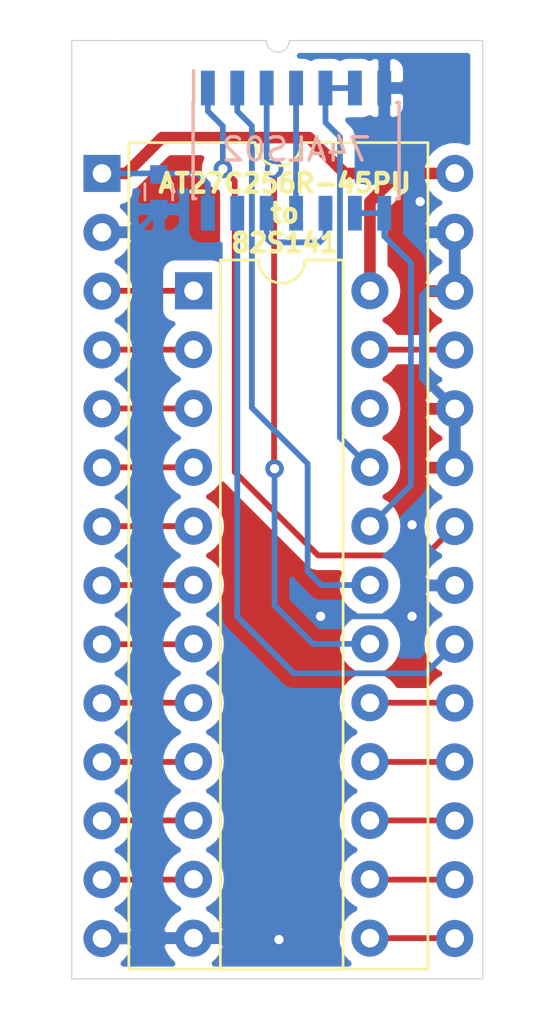
<source format=kicad_pcb>
(kicad_pcb (version 20171130) (host pcbnew "(5.1.4)-1")

  (general
    (thickness 1.6)
    (drawings 11)
    (tracks 113)
    (zones 0)
    (modules 4)
    (nets 29)
  )

  (page A4)
  (layers
    (0 F.Cu signal)
    (31 B.Cu signal)
    (32 B.Adhes user)
    (33 F.Adhes user)
    (34 B.Paste user)
    (35 F.Paste user)
    (36 B.SilkS user)
    (37 F.SilkS user)
    (38 B.Mask user)
    (39 F.Mask user)
    (40 Dwgs.User user)
    (41 Cmts.User user)
    (42 Eco1.User user)
    (43 Eco2.User user)
    (44 Edge.Cuts user)
    (45 Margin user)
    (46 B.CrtYd user)
    (47 F.CrtYd user)
    (48 B.Fab user)
    (49 F.Fab user)
  )

  (setup
    (last_trace_width 0.25)
    (trace_clearance 0.2)
    (zone_clearance 0.508)
    (zone_45_only no)
    (trace_min 0.2)
    (via_size 0.8)
    (via_drill 0.4)
    (via_min_size 0.4)
    (via_min_drill 0.3)
    (uvia_size 0.3)
    (uvia_drill 0.1)
    (uvias_allowed no)
    (uvia_min_size 0.2)
    (uvia_min_drill 0.1)
    (edge_width 0.05)
    (segment_width 0.2)
    (pcb_text_width 0.3)
    (pcb_text_size 1.5 1.5)
    (mod_edge_width 0.12)
    (mod_text_size 1 1)
    (mod_text_width 0.15)
    (pad_size 1.524 1.524)
    (pad_drill 0.762)
    (pad_to_mask_clearance 0.051)
    (solder_mask_min_width 0.25)
    (aux_axis_origin 0 0)
    (visible_elements FFFFFF7F)
    (pcbplotparams
      (layerselection 0x010fc_ffffffff)
      (usegerberextensions false)
      (usegerberattributes false)
      (usegerberadvancedattributes false)
      (creategerberjobfile false)
      (excludeedgelayer true)
      (linewidth 0.100000)
      (plotframeref false)
      (viasonmask false)
      (mode 1)
      (useauxorigin false)
      (hpglpennumber 1)
      (hpglpenspeed 20)
      (hpglpendiameter 15.000000)
      (psnegative false)
      (psa4output false)
      (plotreference true)
      (plotvalue true)
      (plotinvisibletext false)
      (padsonsilk false)
      (subtractmaskfromsilk false)
      (outputformat 1)
      (mirror false)
      (drillshape 0)
      (scaleselection 1)
      (outputdirectory "Gerbers/"))
  )

  (net 0 "")
  (net 1 +5V)
  (net 2 GND)
  (net 3 A8)
  (net 4 D2)
  (net 5 "Net-(J1-Pad22)")
  (net 6 D1)
  (net 7 CE1)
  (net 8 D0)
  (net 9 CE2)
  (net 10 A0)
  (net 11 CE3)
  (net 12 A1)
  (net 13 CE4)
  (net 14 A2)
  (net 15 D7)
  (net 16 A3)
  (net 17 D6)
  (net 18 A4)
  (net 19 D5)
  (net 20 A5)
  (net 21 D4)
  (net 22 A6)
  (net 23 D3)
  (net 24 A7)
  (net 25 EPROM_OE)
  (net 26 EPROM_CE)
  (net 27 "Net-(U2-Pad10)")
  (net 28 "Net-(U2-Pad11)")

  (net_class Default "This is the default net class."
    (clearance 0.2)
    (trace_width 0.25)
    (via_dia 0.8)
    (via_drill 0.4)
    (uvia_dia 0.3)
    (uvia_drill 0.1)
    (add_net +5V)
    (add_net A0)
    (add_net A1)
    (add_net A2)
    (add_net A3)
    (add_net A4)
    (add_net A5)
    (add_net A6)
    (add_net A7)
    (add_net A8)
    (add_net CE1)
    (add_net CE2)
    (add_net CE3)
    (add_net CE4)
    (add_net D0)
    (add_net D1)
    (add_net D2)
    (add_net D3)
    (add_net D4)
    (add_net D5)
    (add_net D6)
    (add_net D7)
    (add_net EPROM_CE)
    (add_net EPROM_OE)
    (add_net GND)
    (add_net "Net-(J1-Pad22)")
    (add_net "Net-(U2-Pad10)")
    (add_net "Net-(U2-Pad11)")
  )

  (module Capacitors_SMD:C_0603 (layer B.Cu) (tedit 59958EE7) (tstamp 6056C61F)
    (at 113.26 51.53 270)
    (descr "Capacitor SMD 0603, reflow soldering, AVX (see smccp.pdf)")
    (tags "capacitor 0603")
    (path /60585CE5)
    (attr smd)
    (fp_text reference C1 (at 0 1.5 270) (layer B.Fab)
      (effects (font (size 1 1) (thickness 0.15)) (justify mirror))
    )
    (fp_text value .1uF (at 0 -1.5 270) (layer B.Fab)
      (effects (font (size 1 1) (thickness 0.15)) (justify mirror))
    )
    (fp_text user %R (at 0 0 270) (layer B.Fab)
      (effects (font (size 0.3 0.3) (thickness 0.075)) (justify mirror))
    )
    (fp_line (start -0.8 -0.4) (end -0.8 0.4) (layer B.Fab) (width 0.1))
    (fp_line (start 0.8 -0.4) (end -0.8 -0.4) (layer B.Fab) (width 0.1))
    (fp_line (start 0.8 0.4) (end 0.8 -0.4) (layer B.Fab) (width 0.1))
    (fp_line (start -0.8 0.4) (end 0.8 0.4) (layer B.Fab) (width 0.1))
    (fp_line (start -0.35 0.6) (end 0.35 0.6) (layer B.SilkS) (width 0.12))
    (fp_line (start 0.35 -0.6) (end -0.35 -0.6) (layer B.SilkS) (width 0.12))
    (fp_line (start -1.4 0.65) (end 1.4 0.65) (layer B.CrtYd) (width 0.05))
    (fp_line (start -1.4 0.65) (end -1.4 -0.65) (layer B.CrtYd) (width 0.05))
    (fp_line (start 1.4 -0.65) (end 1.4 0.65) (layer B.CrtYd) (width 0.05))
    (fp_line (start 1.4 -0.65) (end -1.4 -0.65) (layer B.CrtYd) (width 0.05))
    (pad 1 smd rect (at -0.75 0 270) (size 0.8 0.75) (layers B.Cu B.Paste B.Mask)
      (net 1 +5V))
    (pad 2 smd rect (at 0.75 0 270) (size 0.8 0.75) (layers B.Cu B.Paste B.Mask)
      (net 2 GND))
    (model Capacitors_SMD.3dshapes/C_0603.wrl
      (at (xyz 0 0 0))
      (scale (xyz 1 1 1))
      (rotate (xyz 0 0 0))
    )
  )

  (module Housings_DIP:DIP-24_W7.62mm (layer F.Cu) (tedit 59C78D6B) (tstamp 6056C64B)
    (at 114.76 55.8)
    (descr "24-lead though-hole mounted DIP package, row spacing 7.62 mm (300 mils)")
    (tags "THT DIP DIL PDIP 2.54mm 7.62mm 300mil")
    (path /6058ADC1)
    (fp_text reference J1 (at 3.81 -2.33) (layer F.Fab)
      (effects (font (size 1 1) (thickness 0.15)))
    )
    (fp_text value Conn_02x12_Counter_Clockwise (at 3.81 30.27) (layer F.Fab)
      (effects (font (size 1 1) (thickness 0.15)))
    )
    (fp_text user %R (at 3.81 13.97) (layer F.Fab)
      (effects (font (size 1 1) (thickness 0.15)))
    )
    (fp_line (start 8.7 -1.55) (end -1.1 -1.55) (layer F.CrtYd) (width 0.05))
    (fp_line (start 8.7 29.5) (end 8.7 -1.55) (layer F.CrtYd) (width 0.05))
    (fp_line (start -1.1 29.5) (end 8.7 29.5) (layer F.CrtYd) (width 0.05))
    (fp_line (start -1.1 -1.55) (end -1.1 29.5) (layer F.CrtYd) (width 0.05))
    (fp_line (start 6.46 -1.33) (end 4.81 -1.33) (layer F.SilkS) (width 0.12))
    (fp_line (start 6.46 29.27) (end 6.46 -1.33) (layer F.SilkS) (width 0.12))
    (fp_line (start 1.16 29.27) (end 6.46 29.27) (layer F.SilkS) (width 0.12))
    (fp_line (start 1.16 -1.33) (end 1.16 29.27) (layer F.SilkS) (width 0.12))
    (fp_line (start 2.81 -1.33) (end 1.16 -1.33) (layer F.SilkS) (width 0.12))
    (fp_line (start 0.635 -0.27) (end 1.635 -1.27) (layer F.Fab) (width 0.1))
    (fp_line (start 0.635 29.21) (end 0.635 -0.27) (layer F.Fab) (width 0.1))
    (fp_line (start 6.985 29.21) (end 0.635 29.21) (layer F.Fab) (width 0.1))
    (fp_line (start 6.985 -1.27) (end 6.985 29.21) (layer F.Fab) (width 0.1))
    (fp_line (start 1.635 -1.27) (end 6.985 -1.27) (layer F.Fab) (width 0.1))
    (fp_arc (start 3.81 -1.33) (end 2.81 -1.33) (angle -180) (layer F.SilkS) (width 0.12))
    (pad 24 thru_hole oval (at 7.62 0) (size 1.6 1.6) (drill 0.8) (layers *.Cu *.Mask)
      (net 1 +5V))
    (pad 12 thru_hole oval (at 0 27.94) (size 1.6 1.6) (drill 0.8) (layers *.Cu *.Mask)
      (net 2 GND))
    (pad 23 thru_hole oval (at 7.62 2.54) (size 1.6 1.6) (drill 0.8) (layers *.Cu *.Mask)
      (net 3 A8))
    (pad 11 thru_hole oval (at 0 25.4) (size 1.6 1.6) (drill 0.8) (layers *.Cu *.Mask)
      (net 4 D2))
    (pad 22 thru_hole oval (at 7.62 5.08) (size 1.6 1.6) (drill 0.8) (layers *.Cu *.Mask)
      (net 5 "Net-(J1-Pad22)"))
    (pad 10 thru_hole oval (at 0 22.86) (size 1.6 1.6) (drill 0.8) (layers *.Cu *.Mask)
      (net 6 D1))
    (pad 21 thru_hole oval (at 7.62 7.62) (size 1.6 1.6) (drill 0.8) (layers *.Cu *.Mask)
      (net 7 CE1))
    (pad 9 thru_hole oval (at 0 20.32) (size 1.6 1.6) (drill 0.8) (layers *.Cu *.Mask)
      (net 8 D0))
    (pad 20 thru_hole oval (at 7.62 10.16) (size 1.6 1.6) (drill 0.8) (layers *.Cu *.Mask)
      (net 9 CE2))
    (pad 8 thru_hole oval (at 0 17.78) (size 1.6 1.6) (drill 0.8) (layers *.Cu *.Mask)
      (net 10 A0))
    (pad 19 thru_hole oval (at 7.62 12.7) (size 1.6 1.6) (drill 0.8) (layers *.Cu *.Mask)
      (net 11 CE3))
    (pad 7 thru_hole oval (at 0 15.24) (size 1.6 1.6) (drill 0.8) (layers *.Cu *.Mask)
      (net 12 A1))
    (pad 18 thru_hole oval (at 7.62 15.24) (size 1.6 1.6) (drill 0.8) (layers *.Cu *.Mask)
      (net 13 CE4))
    (pad 6 thru_hole oval (at 0 12.7) (size 1.6 1.6) (drill 0.8) (layers *.Cu *.Mask)
      (net 14 A2))
    (pad 17 thru_hole oval (at 7.62 17.78) (size 1.6 1.6) (drill 0.8) (layers *.Cu *.Mask)
      (net 15 D7))
    (pad 5 thru_hole oval (at 0 10.16) (size 1.6 1.6) (drill 0.8) (layers *.Cu *.Mask)
      (net 16 A3))
    (pad 16 thru_hole oval (at 7.62 20.32) (size 1.6 1.6) (drill 0.8) (layers *.Cu *.Mask)
      (net 17 D6))
    (pad 4 thru_hole oval (at 0 7.62) (size 1.6 1.6) (drill 0.8) (layers *.Cu *.Mask)
      (net 18 A4))
    (pad 15 thru_hole oval (at 7.62 22.86) (size 1.6 1.6) (drill 0.8) (layers *.Cu *.Mask)
      (net 19 D5))
    (pad 3 thru_hole oval (at 0 5.08) (size 1.6 1.6) (drill 0.8) (layers *.Cu *.Mask)
      (net 20 A5))
    (pad 14 thru_hole oval (at 7.62 25.4) (size 1.6 1.6) (drill 0.8) (layers *.Cu *.Mask)
      (net 21 D4))
    (pad 2 thru_hole oval (at 0 2.54) (size 1.6 1.6) (drill 0.8) (layers *.Cu *.Mask)
      (net 22 A6))
    (pad 13 thru_hole oval (at 7.62 27.94) (size 1.6 1.6) (drill 0.8) (layers *.Cu *.Mask)
      (net 23 D3))
    (pad 1 thru_hole rect (at 0 0) (size 1.6 1.6) (drill 0.8) (layers *.Cu *.Mask)
      (net 24 A7))
    (model ${KISYS3DMOD}/Housings_DIP.3dshapes/DIP-24_W7.62mm.wrl
      (at (xyz 0 0 0))
      (scale (xyz 1 1 1))
      (rotate (xyz 0 0 0))
    )
  )

  (module Housings_DIP:DIP-28_W15.24mm (layer F.Cu) (tedit 59C78D6C) (tstamp 6056C67B)
    (at 110.805001 50.735001)
    (descr "28-lead though-hole mounted DIP package, row spacing 15.24 mm (600 mils)")
    (tags "THT DIP DIL PDIP 2.54mm 15.24mm 600mil")
    (path /6058A21A)
    (fp_text reference U1 (at 7.62 -2.33) (layer F.Fab)
      (effects (font (size 1 1) (thickness 0.15)))
    )
    (fp_text value 27C256 (at 7.62 35.35) (layer F.Fab)
      (effects (font (size 1 1) (thickness 0.15)))
    )
    (fp_text user %R (at 7.62 16.51) (layer F.Fab)
      (effects (font (size 1 1) (thickness 0.15)))
    )
    (fp_line (start 16.3 -1.55) (end -1.05 -1.55) (layer F.CrtYd) (width 0.05))
    (fp_line (start 16.3 34.55) (end 16.3 -1.55) (layer F.CrtYd) (width 0.05))
    (fp_line (start -1.05 34.55) (end 16.3 34.55) (layer F.CrtYd) (width 0.05))
    (fp_line (start -1.05 -1.55) (end -1.05 34.55) (layer F.CrtYd) (width 0.05))
    (fp_line (start 14.08 -1.33) (end 8.62 -1.33) (layer F.SilkS) (width 0.12))
    (fp_line (start 14.08 34.35) (end 14.08 -1.33) (layer F.SilkS) (width 0.12))
    (fp_line (start 1.16 34.35) (end 14.08 34.35) (layer F.SilkS) (width 0.12))
    (fp_line (start 1.16 -1.33) (end 1.16 34.35) (layer F.SilkS) (width 0.12))
    (fp_line (start 6.62 -1.33) (end 1.16 -1.33) (layer F.SilkS) (width 0.12))
    (fp_line (start 0.255 -0.27) (end 1.255 -1.27) (layer F.Fab) (width 0.1))
    (fp_line (start 0.255 34.29) (end 0.255 -0.27) (layer F.Fab) (width 0.1))
    (fp_line (start 14.985 34.29) (end 0.255 34.29) (layer F.Fab) (width 0.1))
    (fp_line (start 14.985 -1.27) (end 14.985 34.29) (layer F.Fab) (width 0.1))
    (fp_line (start 1.255 -1.27) (end 14.985 -1.27) (layer F.Fab) (width 0.1))
    (fp_arc (start 7.62 -1.33) (end 6.62 -1.33) (angle -180) (layer F.SilkS) (width 0.12))
    (pad 28 thru_hole oval (at 15.24 0) (size 1.6 1.6) (drill 0.8) (layers *.Cu *.Mask)
      (net 1 +5V))
    (pad 14 thru_hole oval (at 0 33.02) (size 1.6 1.6) (drill 0.8) (layers *.Cu *.Mask)
      (net 2 GND))
    (pad 27 thru_hole oval (at 15.24 2.54) (size 1.6 1.6) (drill 0.8) (layers *.Cu *.Mask)
      (net 2 GND))
    (pad 13 thru_hole oval (at 0 30.48) (size 1.6 1.6) (drill 0.8) (layers *.Cu *.Mask)
      (net 4 D2))
    (pad 26 thru_hole oval (at 15.24 5.08) (size 1.6 1.6) (drill 0.8) (layers *.Cu *.Mask)
      (net 2 GND))
    (pad 12 thru_hole oval (at 0 27.94) (size 1.6 1.6) (drill 0.8) (layers *.Cu *.Mask)
      (net 6 D1))
    (pad 25 thru_hole oval (at 15.24 7.62) (size 1.6 1.6) (drill 0.8) (layers *.Cu *.Mask)
      (net 3 A8))
    (pad 11 thru_hole oval (at 0 25.4) (size 1.6 1.6) (drill 0.8) (layers *.Cu *.Mask)
      (net 8 D0))
    (pad 24 thru_hole oval (at 15.24 10.16) (size 1.6 1.6) (drill 0.8) (layers *.Cu *.Mask)
      (net 2 GND))
    (pad 10 thru_hole oval (at 0 22.86) (size 1.6 1.6) (drill 0.8) (layers *.Cu *.Mask)
      (net 10 A0))
    (pad 23 thru_hole oval (at 15.24 12.7) (size 1.6 1.6) (drill 0.8) (layers *.Cu *.Mask)
      (net 2 GND))
    (pad 9 thru_hole oval (at 0 20.32) (size 1.6 1.6) (drill 0.8) (layers *.Cu *.Mask)
      (net 12 A1))
    (pad 22 thru_hole oval (at 15.24 15.24) (size 1.6 1.6) (drill 0.8) (layers *.Cu *.Mask)
      (net 25 EPROM_OE))
    (pad 8 thru_hole oval (at 0 17.78) (size 1.6 1.6) (drill 0.8) (layers *.Cu *.Mask)
      (net 14 A2))
    (pad 21 thru_hole oval (at 15.24 17.78) (size 1.6 1.6) (drill 0.8) (layers *.Cu *.Mask)
      (net 2 GND))
    (pad 7 thru_hole oval (at 0 15.24) (size 1.6 1.6) (drill 0.8) (layers *.Cu *.Mask)
      (net 16 A3))
    (pad 20 thru_hole oval (at 15.24 20.32) (size 1.6 1.6) (drill 0.8) (layers *.Cu *.Mask)
      (net 26 EPROM_CE))
    (pad 6 thru_hole oval (at 0 12.7) (size 1.6 1.6) (drill 0.8) (layers *.Cu *.Mask)
      (net 18 A4))
    (pad 19 thru_hole oval (at 15.24 22.86) (size 1.6 1.6) (drill 0.8) (layers *.Cu *.Mask)
      (net 15 D7))
    (pad 5 thru_hole oval (at 0 10.16) (size 1.6 1.6) (drill 0.8) (layers *.Cu *.Mask)
      (net 20 A5))
    (pad 18 thru_hole oval (at 15.24 25.4) (size 1.6 1.6) (drill 0.8) (layers *.Cu *.Mask)
      (net 17 D6))
    (pad 4 thru_hole oval (at 0 7.62) (size 1.6 1.6) (drill 0.8) (layers *.Cu *.Mask)
      (net 22 A6))
    (pad 17 thru_hole oval (at 15.24 27.94) (size 1.6 1.6) (drill 0.8) (layers *.Cu *.Mask)
      (net 19 D5))
    (pad 3 thru_hole oval (at 0 5.08) (size 1.6 1.6) (drill 0.8) (layers *.Cu *.Mask)
      (net 24 A7))
    (pad 16 thru_hole oval (at 15.24 30.48) (size 1.6 1.6) (drill 0.8) (layers *.Cu *.Mask)
      (net 21 D4))
    (pad 2 thru_hole oval (at 0 2.54) (size 1.6 1.6) (drill 0.8) (layers *.Cu *.Mask)
      (net 2 GND))
    (pad 15 thru_hole oval (at 15.24 33.02) (size 1.6 1.6) (drill 0.8) (layers *.Cu *.Mask)
      (net 23 D3))
    (pad 1 thru_hole rect (at 0 0) (size 1.6 1.6) (drill 0.8) (layers *.Cu *.Mask)
      (net 1 +5V))
    (model ${KISYS3DMOD}/Housings_DIP.3dshapes/DIP-28_W15.24mm.wrl
      (at (xyz 0 0 0))
      (scale (xyz 1 1 1))
      (rotate (xyz 0 0 0))
    )
  )

  (module Housings_SOIC:SOIC-14_3.9x8.7mm_Pitch1.27mm (layer B.Cu) (tedit 58CC8F64) (tstamp 6056C69E)
    (at 119.19 49.75 270)
    (descr "14-Lead Plastic Small Outline (SL) - Narrow, 3.90 mm Body [SOIC] (see Microchip Packaging Specification 00000049BS.pdf)")
    (tags "SOIC 1.27")
    (path /60579953)
    (attr smd)
    (fp_text reference U2 (at 0 5.375 270) (layer B.Fab)
      (effects (font (size 1 1) (thickness 0.15)) (justify mirror))
    )
    (fp_text value 74LS02 (at 0 -5.375 270) (layer B.Fab)
      (effects (font (size 1 1) (thickness 0.15)) (justify mirror))
    )
    (fp_line (start -2.075 4.425) (end -3.45 4.425) (layer B.SilkS) (width 0.15))
    (fp_line (start -2.075 -4.45) (end 2.075 -4.45) (layer B.SilkS) (width 0.15))
    (fp_line (start -2.075 4.45) (end 2.075 4.45) (layer B.SilkS) (width 0.15))
    (fp_line (start -2.075 -4.45) (end -2.075 -4.335) (layer B.SilkS) (width 0.15))
    (fp_line (start 2.075 -4.45) (end 2.075 -4.335) (layer B.SilkS) (width 0.15))
    (fp_line (start 2.075 4.45) (end 2.075 4.335) (layer B.SilkS) (width 0.15))
    (fp_line (start -2.075 4.45) (end -2.075 4.425) (layer B.SilkS) (width 0.15))
    (fp_line (start -3.7 -4.65) (end 3.7 -4.65) (layer B.CrtYd) (width 0.05))
    (fp_line (start -3.7 4.65) (end 3.7 4.65) (layer B.CrtYd) (width 0.05))
    (fp_line (start 3.7 4.65) (end 3.7 -4.65) (layer B.CrtYd) (width 0.05))
    (fp_line (start -3.7 4.65) (end -3.7 -4.65) (layer B.CrtYd) (width 0.05))
    (fp_line (start -1.95 3.35) (end -0.95 4.35) (layer B.Fab) (width 0.15))
    (fp_line (start -1.95 -4.35) (end -1.95 3.35) (layer B.Fab) (width 0.15))
    (fp_line (start 1.95 -4.35) (end -1.95 -4.35) (layer B.Fab) (width 0.15))
    (fp_line (start 1.95 4.35) (end 1.95 -4.35) (layer B.Fab) (width 0.15))
    (fp_line (start -0.95 4.35) (end 1.95 4.35) (layer B.Fab) (width 0.15))
    (fp_text user %R (at 0 0 270) (layer B.Fab)
      (effects (font (size 0.9 0.9) (thickness 0.135)) (justify mirror))
    )
    (pad 14 smd rect (at 2.7 3.81 270) (size 1.5 0.6) (layers B.Cu B.Paste B.Mask)
      (net 1 +5V))
    (pad 13 smd rect (at 2.7 2.54 270) (size 1.5 0.6) (layers B.Cu B.Paste B.Mask)
      (net 26 EPROM_CE))
    (pad 12 smd rect (at 2.7 1.27 270) (size 1.5 0.6) (layers B.Cu B.Paste B.Mask)
      (net 27 "Net-(U2-Pad10)"))
    (pad 11 smd rect (at 2.7 0 270) (size 1.5 0.6) (layers B.Cu B.Paste B.Mask)
      (net 28 "Net-(U2-Pad11)"))
    (pad 10 smd rect (at 2.7 -1.27 270) (size 1.5 0.6) (layers B.Cu B.Paste B.Mask)
      (net 27 "Net-(U2-Pad10)"))
    (pad 9 smd rect (at 2.7 -2.54 270) (size 1.5 0.6) (layers B.Cu B.Paste B.Mask)
      (net 9 CE2))
    (pad 8 smd rect (at 2.7 -3.81 270) (size 1.5 0.6) (layers B.Cu B.Paste B.Mask)
      (net 9 CE2))
    (pad 7 smd rect (at -2.7 -3.81 270) (size 1.5 0.6) (layers B.Cu B.Paste B.Mask)
      (net 2 GND))
    (pad 6 smd rect (at -2.7 -2.54 270) (size 1.5 0.6) (layers B.Cu B.Paste B.Mask)
      (net 7 CE1))
    (pad 5 smd rect (at -2.7 -1.27 270) (size 1.5 0.6) (layers B.Cu B.Paste B.Mask)
      (net 7 CE1))
    (pad 4 smd rect (at -2.7 0 270) (size 1.5 0.6) (layers B.Cu B.Paste B.Mask)
      (net 28 "Net-(U2-Pad11)"))
    (pad 3 smd rect (at -2.7 1.27 270) (size 1.5 0.6) (layers B.Cu B.Paste B.Mask)
      (net 13 CE4))
    (pad 2 smd rect (at -2.7 2.54 270) (size 1.5 0.6) (layers B.Cu B.Paste B.Mask)
      (net 11 CE3))
    (pad 1 smd rect (at -2.7 3.81 270) (size 1.5 0.6) (layers B.Cu B.Paste B.Mask)
      (net 25 EPROM_OE))
    (model ${KISYS3DMOD}/Housings_SOIC.3dshapes/SOIC-14_3.9x8.7mm_Pitch1.27mm.wrl
      (at (xyz 0 0 0))
      (scale (xyz 1 1 1))
      (rotate (xyz 0 0 0))
    )
  )

  (gr_text 74ALS02 (at 119.2 49.7) (layer B.SilkS)
    (effects (font (size 1 1) (thickness 0.15)) (justify mirror))
  )
  (gr_text "AT27C256R-45PU\nto\n82S141" (at 118.7 52.45) (layer F.SilkS)
    (effects (font (size 0.8 0.8) (thickness 0.2)))
  )
  (gr_line (start 118.9 45) (end 127.25 45) (layer Edge.Cuts) (width 0.05) (tstamp 6056CF9A))
  (gr_arc (start 118.4 45) (end 117.9 45) (angle -90) (layer Edge.Cuts) (width 0.05) (tstamp 6056CF93))
  (gr_arc (start 118.4 45) (end 118.4 45.5) (angle -90) (layer Edge.Cuts) (width 0.05))
  (gr_line (start 109.5 49.75) (end 109.5 85.5) (layer Edge.Cuts) (width 0.05) (tstamp 6056CF8D))
  (gr_line (start 109.5 49.75) (end 109.5 45) (layer Edge.Cuts) (width 0.05))
  (gr_line (start 111.5 45) (end 109.5 45) (layer Edge.Cuts) (width 0.05))
  (gr_line (start 117.9 45) (end 111.5 45) (layer Edge.Cuts) (width 0.05))
  (gr_line (start 127.25 85.5) (end 127.25 45) (layer Edge.Cuts) (width 0.05))
  (gr_line (start 109.5 85.5) (end 127.25 85.5) (layer Edge.Cuts) (width 0.05))

  (segment (start 110.805001 50.735001) (end 114.935001 50.735001) (width 0.25) (layer B.Cu) (net 1))
  (segment (start 115.38 51.18) (end 115.38 52.45) (width 0.25) (layer B.Cu) (net 1))
  (segment (start 114.935001 50.735001) (end 115.38 51.18) (width 0.25) (layer B.Cu) (net 1))
  (segment (start 122.38 55.8) (end 122.38 51.96) (width 0.5) (layer F.Cu) (net 1))
  (segment (start 123.604999 50.735001) (end 123.13 51.21) (width 0.5) (layer F.Cu) (net 1))
  (segment (start 126.045001 50.735001) (end 123.604999 50.735001) (width 0.5) (layer F.Cu) (net 1))
  (segment (start 122.38 51.96) (end 123.13 51.21) (width 0.5) (layer F.Cu) (net 1))
  (segment (start 123.604999 50.735001) (end 121.295001 50.735001) (width 0.5) (layer F.Cu) (net 1))
  (segment (start 121.295001 50.735001) (end 119.75 49.19) (width 0.5) (layer F.Cu) (net 1))
  (segment (start 111.855001 50.735001) (end 110.805001 50.735001) (width 0.5) (layer F.Cu) (net 1))
  (segment (start 113.400002 49.19) (end 111.855001 50.735001) (width 0.5) (layer F.Cu) (net 1))
  (segment (start 119.75 49.19) (end 113.400002 49.19) (width 0.5) (layer F.Cu) (net 1))
  (segment (start 111.936371 53.275001) (end 110.805001 53.275001) (width 0.25) (layer B.Cu) (net 2))
  (segment (start 112.289999 53.275001) (end 111.936371 53.275001) (width 0.25) (layer B.Cu) (net 2))
  (segment (start 113.26 52.305) (end 112.289999 53.275001) (width 0.25) (layer B.Cu) (net 2))
  (segment (start 113.26 52.28) (end 113.26 52.305) (width 0.25) (layer B.Cu) (net 2))
  (via (at 124.2 65.9) (size 0.8) (drill 0.4) (layers F.Cu B.Cu) (net 2))
  (via (at 118.45 83.8) (size 0.8) (drill 0.4) (layers F.Cu B.Cu) (net 2))
  (via (at 124.55 51.95) (size 0.8) (drill 0.4) (layers F.Cu B.Cu) (net 2))
  (segment (start 124.913631 55.815001) (end 124.7 56.028632) (width 0.4) (layer B.Cu) (net 2))
  (segment (start 126.045001 55.815001) (end 124.913631 55.815001) (width 0.4) (layer B.Cu) (net 2))
  (segment (start 124.7 59.55) (end 126.045001 60.895001) (width 0.4) (layer B.Cu) (net 2))
  (segment (start 124.7 56.028632) (end 124.7 59.55) (width 0.4) (layer B.Cu) (net 2))
  (via (at 124.2 69.85) (size 0.8) (drill 0.4) (layers F.Cu B.Cu) (net 2))
  (segment (start 124.2 69.85) (end 123.634315 69.85) (width 0.25) (layer B.Cu) (net 2))
  (via (at 120.25 69.85) (size 0.8) (drill 0.4) (layers F.Cu B.Cu) (net 2))
  (segment (start 123.634315 69.85) (end 120.25 69.85) (width 0.25) (layer B.Cu) (net 2))
  (segment (start 126.03 58.34) (end 126.045001 58.355001) (width 0.25) (layer F.Cu) (net 3))
  (segment (start 122.38 58.34) (end 126.03 58.34) (width 0.25) (layer F.Cu) (net 3))
  (segment (start 114.744999 81.215001) (end 114.76 81.2) (width 0.25) (layer F.Cu) (net 4))
  (segment (start 110.805001 81.215001) (end 114.744999 81.215001) (width 0.25) (layer F.Cu) (net 4))
  (segment (start 110.820002 78.66) (end 110.805001 78.675001) (width 0.25) (layer F.Cu) (net 6))
  (segment (start 114.76 78.66) (end 110.820002 78.66) (width 0.25) (layer F.Cu) (net 6))
  (segment (start 120.46 47.05) (end 121.73 47.05) (width 0.25) (layer B.Cu) (net 7))
  (segment (start 120.46 48.54) (end 120.46 47.05) (width 0.25) (layer B.Cu) (net 7))
  (segment (start 121.085001 49.165001) (end 120.46 48.54) (width 0.25) (layer B.Cu) (net 7))
  (segment (start 122.38 63.42) (end 121.085001 62.125001) (width 0.25) (layer B.Cu) (net 7))
  (segment (start 121.085001 62.125001) (end 121.085001 49.165001) (width 0.25) (layer B.Cu) (net 7))
  (segment (start 114.744999 76.135001) (end 114.76 76.12) (width 0.25) (layer F.Cu) (net 8))
  (segment (start 110.805001 76.135001) (end 114.744999 76.135001) (width 0.25) (layer F.Cu) (net 8))
  (segment (start 121.73 52.45) (end 123 52.45) (width 0.25) (layer B.Cu) (net 9))
  (segment (start 122.38 65.96) (end 124.15 64.19) (width 0.25) (layer B.Cu) (net 9))
  (segment (start 123 53.45) (end 123 52.45) (width 0.25) (layer B.Cu) (net 9))
  (segment (start 124.15 54.6) (end 123 53.45) (width 0.25) (layer B.Cu) (net 9))
  (segment (start 124.15 64.19) (end 124.15 54.6) (width 0.25) (layer B.Cu) (net 9))
  (segment (start 110.820002 73.58) (end 110.805001 73.595001) (width 0.25) (layer F.Cu) (net 10))
  (segment (start 114.76 73.58) (end 110.820002 73.58) (width 0.25) (layer F.Cu) (net 10))
  (segment (start 116.65 47.05) (end 116.65 48.05) (width 0.25) (layer B.Cu) (net 11))
  (segment (start 116.65 48.05) (end 117.28 48.68) (width 0.25) (layer B.Cu) (net 11))
  (segment (start 117.28 60.85) (end 117.28 60.15) (width 0.25) (layer B.Cu) (net 11))
  (segment (start 122.38 68.5) (end 120.28 68.5) (width 0.25) (layer B.Cu) (net 11))
  (segment (start 117.28 48.68) (end 117.28 60.15) (width 0.25) (layer B.Cu) (net 11))
  (segment (start 120.28 68.5) (end 119.69 67.91) (width 0.25) (layer B.Cu) (net 11))
  (segment (start 119.69 67.91) (end 119.69 63.26) (width 0.25) (layer B.Cu) (net 11))
  (segment (start 119.69 63.26) (end 117.28 60.85) (width 0.25) (layer B.Cu) (net 11))
  (segment (start 114.744999 71.055001) (end 114.76 71.04) (width 0.25) (layer F.Cu) (net 12))
  (segment (start 110.805001 71.055001) (end 114.744999 71.055001) (width 0.25) (layer F.Cu) (net 12))
  (via (at 118.24 50.54) (size 0.8) (drill 0.4) (layers F.Cu B.Cu) (net 13))
  (segment (start 117.92 47.05) (end 117.92 50.22) (width 0.25) (layer B.Cu) (net 13))
  (segment (start 117.92 50.22) (end 118.24 50.54) (width 0.25) (layer B.Cu) (net 13))
  (via (at 118.26 63.48) (size 0.8) (drill 0.4) (layers F.Cu B.Cu) (net 13))
  (segment (start 118.24 50.54) (end 118.24 63.46) (width 0.25) (layer F.Cu) (net 13))
  (segment (start 118.24 63.46) (end 118.26 63.48) (width 0.25) (layer F.Cu) (net 13))
  (segment (start 119.92 71.04) (end 122.38 71.04) (width 0.25) (layer B.Cu) (net 13))
  (segment (start 118.26 63.48) (end 118.26 69.38) (width 0.25) (layer B.Cu) (net 13))
  (segment (start 118.26 69.38) (end 119.92 71.04) (width 0.25) (layer B.Cu) (net 13))
  (segment (start 110.820002 68.5) (end 110.805001 68.515001) (width 0.25) (layer F.Cu) (net 14))
  (segment (start 114.76 68.5) (end 110.820002 68.5) (width 0.25) (layer F.Cu) (net 14))
  (segment (start 126.03 73.58) (end 126.045001 73.595001) (width 0.25) (layer F.Cu) (net 15))
  (segment (start 122.38 73.58) (end 126.03 73.58) (width 0.25) (layer F.Cu) (net 15))
  (segment (start 110.820002 65.96) (end 110.805001 65.975001) (width 0.25) (layer F.Cu) (net 16))
  (segment (start 114.76 65.96) (end 110.820002 65.96) (width 0.25) (layer F.Cu) (net 16))
  (segment (start 122.395001 76.135001) (end 122.38 76.12) (width 0.25) (layer F.Cu) (net 17))
  (segment (start 126.045001 76.135001) (end 122.395001 76.135001) (width 0.25) (layer F.Cu) (net 17))
  (segment (start 110.820002 63.42) (end 110.805001 63.435001) (width 0.25) (layer F.Cu) (net 18))
  (segment (start 114.76 63.42) (end 110.820002 63.42) (width 0.25) (layer F.Cu) (net 18))
  (segment (start 126.03 78.66) (end 126.045001 78.675001) (width 0.25) (layer F.Cu) (net 19))
  (segment (start 122.38 78.66) (end 126.03 78.66) (width 0.25) (layer F.Cu) (net 19))
  (segment (start 110.820002 60.88) (end 110.805001 60.895001) (width 0.25) (layer F.Cu) (net 20))
  (segment (start 114.76 60.88) (end 110.820002 60.88) (width 0.25) (layer F.Cu) (net 20))
  (segment (start 122.395001 81.215001) (end 122.38 81.2) (width 0.25) (layer F.Cu) (net 21))
  (segment (start 126.045001 81.215001) (end 122.395001 81.215001) (width 0.25) (layer F.Cu) (net 21))
  (segment (start 110.820002 58.34) (end 110.805001 58.355001) (width 0.25) (layer F.Cu) (net 22))
  (segment (start 114.76 58.34) (end 110.820002 58.34) (width 0.25) (layer F.Cu) (net 22))
  (segment (start 126.03 83.74) (end 126.045001 83.755001) (width 0.25) (layer F.Cu) (net 23))
  (segment (start 122.38 83.74) (end 126.03 83.74) (width 0.25) (layer F.Cu) (net 23))
  (segment (start 110.820002 55.8) (end 110.805001 55.815001) (width 0.25) (layer F.Cu) (net 24))
  (segment (start 114.76 55.8) (end 110.820002 55.8) (width 0.25) (layer F.Cu) (net 24))
  (segment (start 115.38 47.05) (end 115.38 48.05) (width 0.25) (layer B.Cu) (net 25))
  (segment (start 115.38 48.05) (end 116.024999 48.694999) (width 0.25) (layer B.Cu) (net 25))
  (via (at 116.03 50.54) (size 0.8) (drill 0.4) (layers F.Cu B.Cu) (net 25))
  (segment (start 116.024999 48.694999) (end 116.024999 50.534999) (width 0.25) (layer B.Cu) (net 25))
  (segment (start 116.024999 50.534999) (end 116.03 50.54) (width 0.25) (layer B.Cu) (net 25))
  (segment (start 116.03 50.54) (end 116.54 51.05) (width 0.25) (layer F.Cu) (net 25))
  (segment (start 116.54 51.05) (end 116.54 63.62) (width 0.25) (layer F.Cu) (net 25))
  (segment (start 116.54 63.62) (end 120.14 67.22) (width 0.25) (layer F.Cu) (net 25))
  (segment (start 124.800002 67.22) (end 126.045001 65.975001) (width 0.25) (layer F.Cu) (net 25))
  (segment (start 120.14 67.22) (end 124.800002 67.22) (width 0.25) (layer F.Cu) (net 25))
  (segment (start 116.65 52.45) (end 116.65 53.45) (width 0.25) (layer B.Cu) (net 26))
  (segment (start 126.045001 71.055001) (end 124.860002 72.24) (width 0.25) (layer B.Cu) (net 26))
  (segment (start 116.65 69.87) (end 116.65 52.45) (width 0.25) (layer B.Cu) (net 26))
  (segment (start 124.860002 72.24) (end 124.85 72.24) (width 0.25) (layer B.Cu) (net 26))
  (segment (start 124.85 72.24) (end 124.78 72.31) (width 0.25) (layer B.Cu) (net 26))
  (segment (start 119.09 72.31) (end 118.865 72.085) (width 0.25) (layer B.Cu) (net 26))
  (segment (start 124.78 72.31) (end 119.09 72.31) (width 0.25) (layer B.Cu) (net 26))
  (segment (start 119.02 72.24) (end 118.865 72.085) (width 0.25) (layer B.Cu) (net 26))
  (segment (start 118.865 72.085) (end 116.65 69.87) (width 0.25) (layer B.Cu) (net 26))
  (segment (start 120.46 53.45) (end 120.2 53.71) (width 0.25) (layer B.Cu) (net 27))
  (segment (start 120.46 52.45) (end 120.46 53.45) (width 0.25) (layer B.Cu) (net 27))
  (segment (start 120.2 53.71) (end 118.1 53.71) (width 0.25) (layer B.Cu) (net 27))
  (segment (start 117.92 53.53) (end 117.92 52.45) (width 0.25) (layer B.Cu) (net 27))
  (segment (start 118.1 53.71) (end 117.92 53.53) (width 0.25) (layer B.Cu) (net 27))
  (segment (start 119.19 47.05) (end 119.19 52.45) (width 0.25) (layer B.Cu) (net 28))

  (zone (net 2) (net_name GND) (layer B.Cu) (tstamp 6056CFB5) (hatch edge 0.508)
    (connect_pads (clearance 0.508))
    (min_thickness 0.254)
    (fill yes (arc_segments 32) (thermal_gap 0.508) (thermal_bridge_width 0.508))
    (polygon
      (pts
        (xy 129 86.4) (xy 106.4 87.15) (xy 107.45 43.25) (xy 129.85 44.1)
      )
    )
    (filled_polygon
      (pts
        (xy 112.352061 51.53) (xy 112.295498 51.63582) (xy 112.259188 51.755518) (xy 112.246928 51.88) (xy 112.25 51.99425)
        (xy 112.40875 52.153) (xy 113.133 52.153) (xy 113.133 52.133) (xy 113.387 52.133) (xy 113.387 52.153)
        (xy 114.11125 52.153) (xy 114.27 51.99425) (xy 114.273072 51.88) (xy 114.260812 51.755518) (xy 114.224502 51.63582)
        (xy 114.167939 51.53) (xy 114.186647 51.495001) (xy 114.478613 51.495001) (xy 114.454188 51.575518) (xy 114.441928 51.7)
        (xy 114.441928 53.2) (xy 114.454188 53.324482) (xy 114.490498 53.44418) (xy 114.549463 53.554494) (xy 114.628815 53.651185)
        (xy 114.725506 53.730537) (xy 114.83582 53.789502) (xy 114.955518 53.825812) (xy 115.08 53.838072) (xy 115.68 53.838072)
        (xy 115.804482 53.825812) (xy 115.890001 53.79987) (xy 115.890001 54.456371) (xy 115.80418 54.410498) (xy 115.684482 54.374188)
        (xy 115.56 54.361928) (xy 113.96 54.361928) (xy 113.835518 54.374188) (xy 113.71582 54.410498) (xy 113.605506 54.469463)
        (xy 113.508815 54.548815) (xy 113.429463 54.645506) (xy 113.370498 54.75582) (xy 113.334188 54.875518) (xy 113.321928 55)
        (xy 113.321928 56.6) (xy 113.334188 56.724482) (xy 113.370498 56.84418) (xy 113.429463 56.954494) (xy 113.508815 57.051185)
        (xy 113.605506 57.130537) (xy 113.71582 57.189502) (xy 113.835518 57.225812) (xy 113.853482 57.227581) (xy 113.740392 57.320392)
        (xy 113.561068 57.538899) (xy 113.427818 57.788192) (xy 113.345764 58.058691) (xy 113.318057 58.34) (xy 113.345764 58.621309)
        (xy 113.427818 58.891808) (xy 113.561068 59.141101) (xy 113.740392 59.359608) (xy 113.958899 59.538932) (xy 114.091858 59.61)
        (xy 113.958899 59.681068) (xy 113.740392 59.860392) (xy 113.561068 60.078899) (xy 113.427818 60.328192) (xy 113.345764 60.598691)
        (xy 113.318057 60.88) (xy 113.345764 61.161309) (xy 113.427818 61.431808) (xy 113.561068 61.681101) (xy 113.740392 61.899608)
        (xy 113.958899 62.078932) (xy 114.091858 62.15) (xy 113.958899 62.221068) (xy 113.740392 62.400392) (xy 113.561068 62.618899)
        (xy 113.427818 62.868192) (xy 113.345764 63.138691) (xy 113.318057 63.42) (xy 113.345764 63.701309) (xy 113.427818 63.971808)
        (xy 113.561068 64.221101) (xy 113.740392 64.439608) (xy 113.958899 64.618932) (xy 114.091858 64.69) (xy 113.958899 64.761068)
        (xy 113.740392 64.940392) (xy 113.561068 65.158899) (xy 113.427818 65.408192) (xy 113.345764 65.678691) (xy 113.318057 65.96)
        (xy 113.345764 66.241309) (xy 113.427818 66.511808) (xy 113.561068 66.761101) (xy 113.740392 66.979608) (xy 113.958899 67.158932)
        (xy 114.091858 67.23) (xy 113.958899 67.301068) (xy 113.740392 67.480392) (xy 113.561068 67.698899) (xy 113.427818 67.948192)
        (xy 113.345764 68.218691) (xy 113.318057 68.5) (xy 113.345764 68.781309) (xy 113.427818 69.051808) (xy 113.561068 69.301101)
        (xy 113.740392 69.519608) (xy 113.958899 69.698932) (xy 114.091858 69.77) (xy 113.958899 69.841068) (xy 113.740392 70.020392)
        (xy 113.561068 70.238899) (xy 113.427818 70.488192) (xy 113.345764 70.758691) (xy 113.318057 71.04) (xy 113.345764 71.321309)
        (xy 113.427818 71.591808) (xy 113.561068 71.841101) (xy 113.740392 72.059608) (xy 113.958899 72.238932) (xy 114.091858 72.31)
        (xy 113.958899 72.381068) (xy 113.740392 72.560392) (xy 113.561068 72.778899) (xy 113.427818 73.028192) (xy 113.345764 73.298691)
        (xy 113.318057 73.58) (xy 113.345764 73.861309) (xy 113.427818 74.131808) (xy 113.561068 74.381101) (xy 113.740392 74.599608)
        (xy 113.958899 74.778932) (xy 114.091858 74.85) (xy 113.958899 74.921068) (xy 113.740392 75.100392) (xy 113.561068 75.318899)
        (xy 113.427818 75.568192) (xy 113.345764 75.838691) (xy 113.318057 76.12) (xy 113.345764 76.401309) (xy 113.427818 76.671808)
        (xy 113.561068 76.921101) (xy 113.740392 77.139608) (xy 113.958899 77.318932) (xy 114.091858 77.39) (xy 113.958899 77.461068)
        (xy 113.740392 77.640392) (xy 113.561068 77.858899) (xy 113.427818 78.108192) (xy 113.345764 78.378691) (xy 113.318057 78.66)
        (xy 113.345764 78.941309) (xy 113.427818 79.211808) (xy 113.561068 79.461101) (xy 113.740392 79.679608) (xy 113.958899 79.858932)
        (xy 114.091858 79.93) (xy 113.958899 80.001068) (xy 113.740392 80.180392) (xy 113.561068 80.398899) (xy 113.427818 80.648192)
        (xy 113.345764 80.918691) (xy 113.318057 81.2) (xy 113.345764 81.481309) (xy 113.427818 81.751808) (xy 113.561068 82.001101)
        (xy 113.740392 82.219608) (xy 113.958899 82.398932) (xy 114.096682 82.472579) (xy 113.904869 82.587615) (xy 113.696481 82.776586)
        (xy 113.528963 83.00258) (xy 113.408754 83.256913) (xy 113.368096 83.390961) (xy 113.490085 83.613) (xy 114.633 83.613)
        (xy 114.633 83.593) (xy 114.887 83.593) (xy 114.887 83.613) (xy 116.029915 83.613) (xy 116.151904 83.390961)
        (xy 116.111246 83.256913) (xy 115.991037 83.00258) (xy 115.823519 82.776586) (xy 115.615131 82.587615) (xy 115.423318 82.472579)
        (xy 115.561101 82.398932) (xy 115.779608 82.219608) (xy 115.958932 82.001101) (xy 116.092182 81.751808) (xy 116.174236 81.481309)
        (xy 116.201943 81.2) (xy 116.174236 80.918691) (xy 116.092182 80.648192) (xy 115.958932 80.398899) (xy 115.779608 80.180392)
        (xy 115.561101 80.001068) (xy 115.428142 79.93) (xy 115.561101 79.858932) (xy 115.779608 79.679608) (xy 115.958932 79.461101)
        (xy 116.092182 79.211808) (xy 116.174236 78.941309) (xy 116.201943 78.66) (xy 116.174236 78.378691) (xy 116.092182 78.108192)
        (xy 115.958932 77.858899) (xy 115.779608 77.640392) (xy 115.561101 77.461068) (xy 115.428142 77.39) (xy 115.561101 77.318932)
        (xy 115.779608 77.139608) (xy 115.958932 76.921101) (xy 116.092182 76.671808) (xy 116.174236 76.401309) (xy 116.201943 76.12)
        (xy 116.174236 75.838691) (xy 116.092182 75.568192) (xy 115.958932 75.318899) (xy 115.779608 75.100392) (xy 115.561101 74.921068)
        (xy 115.428142 74.85) (xy 115.561101 74.778932) (xy 115.779608 74.599608) (xy 115.958932 74.381101) (xy 116.092182 74.131808)
        (xy 116.174236 73.861309) (xy 116.201943 73.58) (xy 116.174236 73.298691) (xy 116.092182 73.028192) (xy 115.958932 72.778899)
        (xy 115.779608 72.560392) (xy 115.561101 72.381068) (xy 115.428142 72.31) (xy 115.561101 72.238932) (xy 115.779608 72.059608)
        (xy 115.958932 71.841101) (xy 116.092182 71.591808) (xy 116.174236 71.321309) (xy 116.201943 71.04) (xy 116.174236 70.758691)
        (xy 116.092182 70.488192) (xy 115.958932 70.238899) (xy 115.779608 70.020392) (xy 115.561101 69.841068) (xy 115.428142 69.77)
        (xy 115.561101 69.698932) (xy 115.779608 69.519608) (xy 115.89 69.385095) (xy 115.89 69.832678) (xy 115.886324 69.87)
        (xy 115.89 69.907322) (xy 115.89 69.907332) (xy 115.900997 70.018985) (xy 115.921188 70.085546) (xy 115.944454 70.162246)
        (xy 116.015026 70.294276) (xy 116.048 70.334454) (xy 116.109999 70.410001) (xy 116.139003 70.433804) (xy 118.353997 72.648799)
        (xy 118.354003 72.648804) (xy 118.526196 72.820997) (xy 118.549999 72.850001) (xy 118.665724 72.944974) (xy 118.797753 73.015546)
        (xy 118.941014 73.059003) (xy 119.052667 73.07) (xy 119.052676 73.07) (xy 119.089999 73.073676) (xy 119.127322 73.07)
        (xy 121.035136 73.07) (xy 120.965764 73.298691) (xy 120.938057 73.58) (xy 120.965764 73.861309) (xy 121.047818 74.131808)
        (xy 121.181068 74.381101) (xy 121.360392 74.599608) (xy 121.578899 74.778932) (xy 121.711858 74.85) (xy 121.578899 74.921068)
        (xy 121.360392 75.100392) (xy 121.181068 75.318899) (xy 121.047818 75.568192) (xy 120.965764 75.838691) (xy 120.938057 76.12)
        (xy 120.965764 76.401309) (xy 121.047818 76.671808) (xy 121.181068 76.921101) (xy 121.360392 77.139608) (xy 121.578899 77.318932)
        (xy 121.711858 77.39) (xy 121.578899 77.461068) (xy 121.360392 77.640392) (xy 121.181068 77.858899) (xy 121.047818 78.108192)
        (xy 120.965764 78.378691) (xy 120.938057 78.66) (xy 120.965764 78.941309) (xy 121.047818 79.211808) (xy 121.181068 79.461101)
        (xy 121.360392 79.679608) (xy 121.578899 79.858932) (xy 121.711858 79.93) (xy 121.578899 80.001068) (xy 121.360392 80.180392)
        (xy 121.181068 80.398899) (xy 121.047818 80.648192) (xy 120.965764 80.918691) (xy 120.938057 81.2) (xy 120.965764 81.481309)
        (xy 121.047818 81.751808) (xy 121.181068 82.001101) (xy 121.360392 82.219608) (xy 121.578899 82.398932) (xy 121.711858 82.47)
        (xy 121.578899 82.541068) (xy 121.360392 82.720392) (xy 121.181068 82.938899) (xy 121.047818 83.188192) (xy 120.965764 83.458691)
        (xy 120.938057 83.74) (xy 120.965764 84.021309) (xy 121.047818 84.291808) (xy 121.181068 84.541101) (xy 121.360392 84.759608)
        (xy 121.45835 84.84) (xy 115.672899 84.84) (xy 115.823519 84.703414) (xy 115.991037 84.47742) (xy 116.111246 84.223087)
        (xy 116.151904 84.089039) (xy 116.029915 83.867) (xy 114.887 83.867) (xy 114.887 83.887) (xy 114.633 83.887)
        (xy 114.633 83.867) (xy 113.490085 83.867) (xy 113.368096 84.089039) (xy 113.408754 84.223087) (xy 113.528963 84.47742)
        (xy 113.696481 84.703414) (xy 113.847101 84.84) (xy 111.734442 84.84) (xy 111.86852 84.718415) (xy 112.036038 84.492421)
        (xy 112.156247 84.238088) (xy 112.196905 84.10404) (xy 112.074916 83.882001) (xy 110.932001 83.882001) (xy 110.932001 83.902001)
        (xy 110.678001 83.902001) (xy 110.678001 83.882001) (xy 110.658001 83.882001) (xy 110.658001 83.628001) (xy 110.678001 83.628001)
        (xy 110.678001 83.608001) (xy 110.932001 83.608001) (xy 110.932001 83.628001) (xy 112.074916 83.628001) (xy 112.196905 83.405962)
        (xy 112.156247 83.271914) (xy 112.036038 83.017581) (xy 111.86852 82.791587) (xy 111.660132 82.602616) (xy 111.468319 82.48758)
        (xy 111.606102 82.413933) (xy 111.824609 82.234609) (xy 112.003933 82.016102) (xy 112.137183 81.766809) (xy 112.219237 81.49631)
        (xy 112.246944 81.215001) (xy 112.219237 80.933692) (xy 112.137183 80.663193) (xy 112.003933 80.4139) (xy 111.824609 80.195393)
        (xy 111.606102 80.016069) (xy 111.473143 79.945001) (xy 111.606102 79.873933) (xy 111.824609 79.694609) (xy 112.003933 79.476102)
        (xy 112.137183 79.226809) (xy 112.219237 78.95631) (xy 112.246944 78.675001) (xy 112.219237 78.393692) (xy 112.137183 78.123193)
        (xy 112.003933 77.8739) (xy 111.824609 77.655393) (xy 111.606102 77.476069) (xy 111.473143 77.405001) (xy 111.606102 77.333933)
        (xy 111.824609 77.154609) (xy 112.003933 76.936102) (xy 112.137183 76.686809) (xy 112.219237 76.41631) (xy 112.246944 76.135001)
        (xy 112.219237 75.853692) (xy 112.137183 75.583193) (xy 112.003933 75.3339) (xy 111.824609 75.115393) (xy 111.606102 74.936069)
        (xy 111.473143 74.865001) (xy 111.606102 74.793933) (xy 111.824609 74.614609) (xy 112.003933 74.396102) (xy 112.137183 74.146809)
        (xy 112.219237 73.87631) (xy 112.246944 73.595001) (xy 112.219237 73.313692) (xy 112.137183 73.043193) (xy 112.003933 72.7939)
        (xy 111.824609 72.575393) (xy 111.606102 72.396069) (xy 111.473143 72.325001) (xy 111.606102 72.253933) (xy 111.824609 72.074609)
        (xy 112.003933 71.856102) (xy 112.137183 71.606809) (xy 112.219237 71.33631) (xy 112.246944 71.055001) (xy 112.219237 70.773692)
        (xy 112.137183 70.503193) (xy 112.003933 70.2539) (xy 111.824609 70.035393) (xy 111.606102 69.856069) (xy 111.473143 69.785001)
        (xy 111.606102 69.713933) (xy 111.824609 69.534609) (xy 112.003933 69.316102) (xy 112.137183 69.066809) (xy 112.219237 68.79631)
        (xy 112.246944 68.515001) (xy 112.219237 68.233692) (xy 112.137183 67.963193) (xy 112.003933 67.7139) (xy 111.824609 67.495393)
        (xy 111.606102 67.316069) (xy 111.473143 67.245001) (xy 111.606102 67.173933) (xy 111.824609 66.994609) (xy 112.003933 66.776102)
        (xy 112.137183 66.526809) (xy 112.219237 66.25631) (xy 112.246944 65.975001) (xy 112.219237 65.693692) (xy 112.137183 65.423193)
        (xy 112.003933 65.1739) (xy 111.824609 64.955393) (xy 111.606102 64.776069) (xy 111.473143 64.705001) (xy 111.606102 64.633933)
        (xy 111.824609 64.454609) (xy 112.003933 64.236102) (xy 112.137183 63.986809) (xy 112.219237 63.71631) (xy 112.246944 63.435001)
        (xy 112.219237 63.153692) (xy 112.137183 62.883193) (xy 112.003933 62.6339) (xy 111.824609 62.415393) (xy 111.606102 62.236069)
        (xy 111.473143 62.165001) (xy 111.606102 62.093933) (xy 111.824609 61.914609) (xy 112.003933 61.696102) (xy 112.137183 61.446809)
        (xy 112.219237 61.17631) (xy 112.246944 60.895001) (xy 112.219237 60.613692) (xy 112.137183 60.343193) (xy 112.003933 60.0939)
        (xy 111.824609 59.875393) (xy 111.606102 59.696069) (xy 111.473143 59.625001) (xy 111.606102 59.553933) (xy 111.824609 59.374609)
        (xy 112.003933 59.156102) (xy 112.137183 58.906809) (xy 112.219237 58.63631) (xy 112.246944 58.355001) (xy 112.219237 58.073692)
        (xy 112.137183 57.803193) (xy 112.003933 57.5539) (xy 111.824609 57.335393) (xy 111.606102 57.156069) (xy 111.473143 57.085001)
        (xy 111.606102 57.013933) (xy 111.824609 56.834609) (xy 112.003933 56.616102) (xy 112.137183 56.366809) (xy 112.219237 56.09631)
        (xy 112.246944 55.815001) (xy 112.219237 55.533692) (xy 112.137183 55.263193) (xy 112.003933 55.0139) (xy 111.824609 54.795393)
        (xy 111.606102 54.616069) (xy 111.468319 54.542422) (xy 111.660132 54.427386) (xy 111.86852 54.238415) (xy 112.036038 54.012421)
        (xy 112.156247 53.758088) (xy 112.196905 53.62404) (xy 112.074916 53.402001) (xy 110.932001 53.402001) (xy 110.932001 53.422001)
        (xy 110.678001 53.422001) (xy 110.678001 53.402001) (xy 110.658001 53.402001) (xy 110.658001 53.148001) (xy 110.678001 53.148001)
        (xy 110.678001 53.128001) (xy 110.932001 53.128001) (xy 110.932001 53.148001) (xy 112.074916 53.148001) (xy 112.196905 52.925962)
        (xy 112.156247 52.791914) (xy 112.103352 52.68) (xy 112.246928 52.68) (xy 112.259188 52.804482) (xy 112.295498 52.92418)
        (xy 112.354463 53.034494) (xy 112.433815 53.131185) (xy 112.530506 53.210537) (xy 112.64082 53.269502) (xy 112.760518 53.305812)
        (xy 112.885 53.318072) (xy 112.97425 53.315) (xy 113.133 53.15625) (xy 113.133 52.407) (xy 113.387 52.407)
        (xy 113.387 53.15625) (xy 113.54575 53.315) (xy 113.635 53.318072) (xy 113.759482 53.305812) (xy 113.87918 53.269502)
        (xy 113.989494 53.210537) (xy 114.086185 53.131185) (xy 114.165537 53.034494) (xy 114.224502 52.92418) (xy 114.260812 52.804482)
        (xy 114.273072 52.68) (xy 114.27 52.56575) (xy 114.11125 52.407) (xy 113.387 52.407) (xy 113.133 52.407)
        (xy 112.40875 52.407) (xy 112.25 52.56575) (xy 112.246928 52.68) (xy 112.103352 52.68) (xy 112.036038 52.537581)
        (xy 111.86852 52.311587) (xy 111.704921 52.163232) (xy 111.729483 52.160813) (xy 111.849181 52.124503) (xy 111.959495 52.065538)
        (xy 112.056186 51.986186) (xy 112.135538 51.889495) (xy 112.194503 51.779181) (xy 112.230813 51.659483) (xy 112.243073 51.535001)
        (xy 112.243073 51.495001) (xy 112.333353 51.495001)
      )
    )
    (filled_polygon
      (pts
        (xy 124.981482 64.398415) (xy 125.18987 64.587386) (xy 125.381683 64.702422) (xy 125.2439 64.776069) (xy 125.025393 64.955393)
        (xy 124.846069 65.1739) (xy 124.712819 65.423193) (xy 124.630765 65.693692) (xy 124.603058 65.975001) (xy 124.630765 66.25631)
        (xy 124.712819 66.526809) (xy 124.846069 66.776102) (xy 125.025393 66.994609) (xy 125.2439 67.173933) (xy 125.381683 67.24758)
        (xy 125.18987 67.362616) (xy 124.981482 67.551587) (xy 124.813964 67.777581) (xy 124.693755 68.031914) (xy 124.653097 68.165962)
        (xy 124.775086 68.388001) (xy 125.918001 68.388001) (xy 125.918001 68.368001) (xy 126.172001 68.368001) (xy 126.172001 68.388001)
        (xy 126.192001 68.388001) (xy 126.192001 68.642001) (xy 126.172001 68.642001) (xy 126.172001 68.662001) (xy 125.918001 68.662001)
        (xy 125.918001 68.642001) (xy 124.775086 68.642001) (xy 124.653097 68.86404) (xy 124.693755 68.998088) (xy 124.813964 69.252421)
        (xy 124.981482 69.478415) (xy 125.18987 69.667386) (xy 125.381683 69.782422) (xy 125.2439 69.856069) (xy 125.025393 70.035393)
        (xy 124.846069 70.2539) (xy 124.712819 70.503193) (xy 124.630765 70.773692) (xy 124.603058 71.055001) (xy 124.630765 71.33631)
        (xy 124.644293 71.380907) (xy 124.475201 71.55) (xy 123.724864 71.55) (xy 123.794236 71.321309) (xy 123.821943 71.04)
        (xy 123.794236 70.758691) (xy 123.712182 70.488192) (xy 123.578932 70.238899) (xy 123.399608 70.020392) (xy 123.181101 69.841068)
        (xy 123.048142 69.77) (xy 123.181101 69.698932) (xy 123.399608 69.519608) (xy 123.578932 69.301101) (xy 123.712182 69.051808)
        (xy 123.794236 68.781309) (xy 123.821943 68.5) (xy 123.794236 68.218691) (xy 123.712182 67.948192) (xy 123.578932 67.698899)
        (xy 123.399608 67.480392) (xy 123.181101 67.301068) (xy 123.048142 67.23) (xy 123.181101 67.158932) (xy 123.399608 66.979608)
        (xy 123.578932 66.761101) (xy 123.712182 66.511808) (xy 123.794236 66.241309) (xy 123.821943 65.96) (xy 123.794236 65.678691)
        (xy 123.780708 65.634094) (xy 124.661004 64.753798) (xy 124.690001 64.730001) (xy 124.716332 64.697917) (xy 124.784974 64.614277)
        (xy 124.855546 64.482247) (xy 124.86848 64.439608) (xy 124.899003 64.338986) (xy 124.90351 64.293225)
      )
    )
    (filled_polygon
      (pts
        (xy 119.055026 68.334276) (xy 119.068763 68.351014) (xy 119.149999 68.450001) (xy 119.179002 68.473803) (xy 119.7162 69.011002)
        (xy 119.739999 69.040001) (xy 119.768997 69.063799) (xy 119.855723 69.134974) (xy 119.910876 69.164454) (xy 119.987753 69.205546)
        (xy 120.131014 69.249003) (xy 120.242667 69.26) (xy 120.242677 69.26) (xy 120.279999 69.263676) (xy 120.317322 69.26)
        (xy 121.159099 69.26) (xy 121.181068 69.301101) (xy 121.360392 69.519608) (xy 121.578899 69.698932) (xy 121.711858 69.77)
        (xy 121.578899 69.841068) (xy 121.360392 70.020392) (xy 121.181068 70.238899) (xy 121.159099 70.28) (xy 120.234802 70.28)
        (xy 119.02 69.065199) (xy 119.02 68.268747)
      )
    )
    (filled_polygon
      (pts
        (xy 126.172001 60.768001) (xy 126.192001 60.768001) (xy 126.192001 61.022001) (xy 126.172001 61.022001) (xy 126.172001 63.308001)
        (xy 126.192001 63.308001) (xy 126.192001 63.562001) (xy 126.172001 63.562001) (xy 126.172001 63.582001) (xy 125.918001 63.582001)
        (xy 125.918001 63.562001) (xy 125.898001 63.562001) (xy 125.898001 63.308001) (xy 125.918001 63.308001) (xy 125.918001 61.022001)
        (xy 125.898001 61.022001) (xy 125.898001 60.768001) (xy 125.918001 60.768001) (xy 125.918001 60.748001) (xy 126.172001 60.748001)
      )
    )
    (filled_polygon
      (pts
        (xy 125.025393 59.374609) (xy 125.2439 59.553933) (xy 125.381683 59.62758) (xy 125.18987 59.742616) (xy 124.981482 59.931587)
        (xy 124.91 60.028021) (xy 124.91 59.234002)
      )
    )
    (filled_polygon
      (pts
        (xy 126.590001 49.400754) (xy 126.32631 49.320765) (xy 126.115493 49.300001) (xy 125.974509 49.300001) (xy 125.763692 49.320765)
        (xy 125.493193 49.402819) (xy 125.2439 49.536069) (xy 125.025393 49.715393) (xy 124.846069 49.9339) (xy 124.712819 50.183193)
        (xy 124.630765 50.453692) (xy 124.603058 50.735001) (xy 124.630765 51.01631) (xy 124.712819 51.286809) (xy 124.846069 51.536102)
        (xy 125.025393 51.754609) (xy 125.2439 51.933933) (xy 125.381683 52.00758) (xy 125.18987 52.122616) (xy 124.981482 52.311587)
        (xy 124.813964 52.537581) (xy 124.693755 52.791914) (xy 124.653097 52.925962) (xy 124.775086 53.148001) (xy 125.918001 53.148001)
        (xy 125.918001 53.128001) (xy 126.172001 53.128001) (xy 126.172001 53.148001) (xy 126.192001 53.148001) (xy 126.192001 53.402001)
        (xy 126.172001 53.402001) (xy 126.172001 55.688001) (xy 126.192001 55.688001) (xy 126.192001 55.942001) (xy 126.172001 55.942001)
        (xy 126.172001 55.962001) (xy 125.918001 55.962001) (xy 125.918001 55.942001) (xy 125.898001 55.942001) (xy 125.898001 55.688001)
        (xy 125.918001 55.688001) (xy 125.918001 53.402001) (xy 124.775086 53.402001) (xy 124.653097 53.62404) (xy 124.693755 53.758088)
        (xy 124.813964 54.012421) (xy 124.981482 54.238415) (xy 125.18987 54.427386) (xy 125.385983 54.545001) (xy 125.18987 54.662616)
        (xy 124.981482 54.851587) (xy 124.91 54.948021) (xy 124.91 54.637333) (xy 124.913677 54.6) (xy 124.899003 54.451014)
        (xy 124.855546 54.307753) (xy 124.784974 54.175724) (xy 124.713799 54.088997) (xy 124.690001 54.059999) (xy 124.661003 54.036201)
        (xy 123.927916 53.303115) (xy 123.938072 53.2) (xy 123.938072 51.7) (xy 123.925812 51.575518) (xy 123.889502 51.45582)
        (xy 123.830537 51.345506) (xy 123.751185 51.248815) (xy 123.654494 51.169463) (xy 123.54418 51.110498) (xy 123.424482 51.074188)
        (xy 123.3 51.061928) (xy 122.7 51.061928) (xy 122.575518 51.074188) (xy 122.45582 51.110498) (xy 122.365 51.159043)
        (xy 122.27418 51.110498) (xy 122.154482 51.074188) (xy 122.03 51.061928) (xy 121.845001 51.061928) (xy 121.845001 49.202324)
        (xy 121.848677 49.165001) (xy 121.845001 49.127678) (xy 121.845001 49.127668) (xy 121.834004 49.016015) (xy 121.790547 48.872754)
        (xy 121.751126 48.799003) (xy 121.719975 48.740724) (xy 121.6488 48.653998) (xy 121.625002 48.625) (xy 121.596003 48.601201)
        (xy 121.432874 48.438072) (xy 122.03 48.438072) (xy 122.154482 48.425812) (xy 122.27418 48.389502) (xy 122.365 48.340957)
        (xy 122.45582 48.389502) (xy 122.575518 48.425812) (xy 122.7 48.438072) (xy 122.71425 48.435) (xy 122.873 48.27625)
        (xy 122.873 47.177) (xy 123.127 47.177) (xy 123.127 48.27625) (xy 123.28575 48.435) (xy 123.3 48.438072)
        (xy 123.424482 48.425812) (xy 123.54418 48.389502) (xy 123.654494 48.330537) (xy 123.751185 48.251185) (xy 123.830537 48.154494)
        (xy 123.889502 48.04418) (xy 123.925812 47.924482) (xy 123.938072 47.8) (xy 123.935 47.33575) (xy 123.77625 47.177)
        (xy 123.127 47.177) (xy 122.873 47.177) (xy 122.853 47.177) (xy 122.853 46.923) (xy 122.873 46.923)
        (xy 122.873 45.82375) (xy 123.127 45.82375) (xy 123.127 46.923) (xy 123.77625 46.923) (xy 123.935 46.76425)
        (xy 123.938072 46.3) (xy 123.925812 46.175518) (xy 123.889502 46.05582) (xy 123.830537 45.945506) (xy 123.751185 45.848815)
        (xy 123.654494 45.769463) (xy 123.54418 45.710498) (xy 123.424482 45.674188) (xy 123.3 45.661928) (xy 123.28575 45.665)
        (xy 123.127 45.82375) (xy 122.873 45.82375) (xy 122.71425 45.665) (xy 122.7 45.661928) (xy 122.575518 45.674188)
        (xy 122.45582 45.710498) (xy 122.365 45.759043) (xy 122.27418 45.710498) (xy 122.154482 45.674188) (xy 122.03 45.661928)
        (xy 121.43 45.661928) (xy 121.305518 45.674188) (xy 121.18582 45.710498) (xy 121.095 45.759043) (xy 121.00418 45.710498)
        (xy 120.884482 45.674188) (xy 120.76 45.661928) (xy 120.16 45.661928) (xy 120.035518 45.674188) (xy 119.91582 45.710498)
        (xy 119.825 45.759043) (xy 119.73418 45.710498) (xy 119.614482 45.674188) (xy 119.49 45.661928) (xy 119.349124 45.661928)
        (xy 119.350405 45.66) (xy 126.590001 45.66)
      )
    )
  )
  (zone (net 2) (net_name GND) (layer F.Cu) (tstamp 6056CFB2) (hatch edge 0.508)
    (connect_pads (clearance 0.508))
    (min_thickness 0.254)
    (fill yes (arc_segments 32) (thermal_gap 0.508) (thermal_bridge_width 0.508))
    (polygon
      (pts
        (xy 129.25 86.55) (xy 106.75 87.45) (xy 106.85 43.6) (xy 129.6 43.45)
      )
    )
    (filled_polygon
      (pts
        (xy 116 64.160001) (xy 116.028998 64.183799) (xy 119.576201 67.731003) (xy 119.599999 67.760001) (xy 119.715724 67.854974)
        (xy 119.847753 67.925546) (xy 119.991014 67.969003) (xy 120.102667 67.98) (xy 120.102677 67.98) (xy 120.14 67.983676)
        (xy 120.177323 67.98) (xy 121.038169 67.98) (xy 120.965764 68.218691) (xy 120.938057 68.5) (xy 120.965764 68.781309)
        (xy 121.047818 69.051808) (xy 121.181068 69.301101) (xy 121.360392 69.519608) (xy 121.578899 69.698932) (xy 121.711858 69.77)
        (xy 121.578899 69.841068) (xy 121.360392 70.020392) (xy 121.181068 70.238899) (xy 121.047818 70.488192) (xy 120.965764 70.758691)
        (xy 120.938057 71.04) (xy 120.965764 71.321309) (xy 121.047818 71.591808) (xy 121.181068 71.841101) (xy 121.360392 72.059608)
        (xy 121.578899 72.238932) (xy 121.711858 72.31) (xy 121.578899 72.381068) (xy 121.360392 72.560392) (xy 121.181068 72.778899)
        (xy 121.047818 73.028192) (xy 120.965764 73.298691) (xy 120.938057 73.58) (xy 120.965764 73.861309) (xy 121.047818 74.131808)
        (xy 121.181068 74.381101) (xy 121.360392 74.599608) (xy 121.578899 74.778932) (xy 121.711858 74.85) (xy 121.578899 74.921068)
        (xy 121.360392 75.100392) (xy 121.181068 75.318899) (xy 121.047818 75.568192) (xy 120.965764 75.838691) (xy 120.938057 76.12)
        (xy 120.965764 76.401309) (xy 121.047818 76.671808) (xy 121.181068 76.921101) (xy 121.360392 77.139608) (xy 121.578899 77.318932)
        (xy 121.711858 77.39) (xy 121.578899 77.461068) (xy 121.360392 77.640392) (xy 121.181068 77.858899) (xy 121.047818 78.108192)
        (xy 120.965764 78.378691) (xy 120.938057 78.66) (xy 120.965764 78.941309) (xy 121.047818 79.211808) (xy 121.181068 79.461101)
        (xy 121.360392 79.679608) (xy 121.578899 79.858932) (xy 121.711858 79.93) (xy 121.578899 80.001068) (xy 121.360392 80.180392)
        (xy 121.181068 80.398899) (xy 121.047818 80.648192) (xy 120.965764 80.918691) (xy 120.938057 81.2) (xy 120.965764 81.481309)
        (xy 121.047818 81.751808) (xy 121.181068 82.001101) (xy 121.360392 82.219608) (xy 121.578899 82.398932) (xy 121.711858 82.47)
        (xy 121.578899 82.541068) (xy 121.360392 82.720392) (xy 121.181068 82.938899) (xy 121.047818 83.188192) (xy 120.965764 83.458691)
        (xy 120.938057 83.74) (xy 120.965764 84.021309) (xy 121.047818 84.291808) (xy 121.181068 84.541101) (xy 121.360392 84.759608)
        (xy 121.45835 84.84) (xy 115.672899 84.84) (xy 115.823519 84.703414) (xy 115.991037 84.47742) (xy 116.111246 84.223087)
        (xy 116.151904 84.089039) (xy 116.029915 83.867) (xy 114.887 83.867) (xy 114.887 83.887) (xy 114.633 83.887)
        (xy 114.633 83.867) (xy 113.490085 83.867) (xy 113.368096 84.089039) (xy 113.408754 84.223087) (xy 113.528963 84.47742)
        (xy 113.696481 84.703414) (xy 113.847101 84.84) (xy 111.734442 84.84) (xy 111.86852 84.718415) (xy 112.036038 84.492421)
        (xy 112.156247 84.238088) (xy 112.196905 84.10404) (xy 112.074916 83.882001) (xy 110.932001 83.882001) (xy 110.932001 83.902001)
        (xy 110.678001 83.902001) (xy 110.678001 83.882001) (xy 110.658001 83.882001) (xy 110.658001 83.628001) (xy 110.678001 83.628001)
        (xy 110.678001 83.608001) (xy 110.932001 83.608001) (xy 110.932001 83.628001) (xy 112.074916 83.628001) (xy 112.196905 83.405962)
        (xy 112.156247 83.271914) (xy 112.036038 83.017581) (xy 111.86852 82.791587) (xy 111.660132 82.602616) (xy 111.468319 82.48758)
        (xy 111.606102 82.413933) (xy 111.824609 82.234609) (xy 112.003933 82.016102) (xy 112.025902 81.975001) (xy 113.547117 81.975001)
        (xy 113.561068 82.001101) (xy 113.740392 82.219608) (xy 113.958899 82.398932) (xy 114.096682 82.472579) (xy 113.904869 82.587615)
        (xy 113.696481 82.776586) (xy 113.528963 83.00258) (xy 113.408754 83.256913) (xy 113.368096 83.390961) (xy 113.490085 83.613)
        (xy 114.633 83.613) (xy 114.633 83.593) (xy 114.887 83.593) (xy 114.887 83.613) (xy 116.029915 83.613)
        (xy 116.151904 83.390961) (xy 116.111246 83.256913) (xy 115.991037 83.00258) (xy 115.823519 82.776586) (xy 115.615131 82.587615)
        (xy 115.423318 82.472579) (xy 115.561101 82.398932) (xy 115.779608 82.219608) (xy 115.958932 82.001101) (xy 116.092182 81.751808)
        (xy 116.174236 81.481309) (xy 116.201943 81.2) (xy 116.174236 80.918691) (xy 116.092182 80.648192) (xy 115.958932 80.398899)
        (xy 115.779608 80.180392) (xy 115.561101 80.001068) (xy 115.428142 79.93) (xy 115.561101 79.858932) (xy 115.779608 79.679608)
        (xy 115.958932 79.461101) (xy 116.092182 79.211808) (xy 116.174236 78.941309) (xy 116.201943 78.66) (xy 116.174236 78.378691)
        (xy 116.092182 78.108192) (xy 115.958932 77.858899) (xy 115.779608 77.640392) (xy 115.561101 77.461068) (xy 115.428142 77.39)
        (xy 115.561101 77.318932) (xy 115.779608 77.139608) (xy 115.958932 76.921101) (xy 116.092182 76.671808) (xy 116.174236 76.401309)
        (xy 116.201943 76.12) (xy 116.174236 75.838691) (xy 116.092182 75.568192) (xy 115.958932 75.318899) (xy 115.779608 75.100392)
        (xy 115.561101 74.921068) (xy 115.428142 74.85) (xy 115.561101 74.778932) (xy 115.779608 74.599608) (xy 115.958932 74.381101)
        (xy 116.092182 74.131808) (xy 116.174236 73.861309) (xy 116.201943 73.58) (xy 116.174236 73.298691) (xy 116.092182 73.028192)
        (xy 115.958932 72.778899) (xy 115.779608 72.560392) (xy 115.561101 72.381068) (xy 115.428142 72.31) (xy 115.561101 72.238932)
        (xy 115.779608 72.059608) (xy 115.958932 71.841101) (xy 116.092182 71.591808) (xy 116.174236 71.321309) (xy 116.201943 71.04)
        (xy 116.174236 70.758691) (xy 116.092182 70.488192) (xy 115.958932 70.238899) (xy 115.779608 70.020392) (xy 115.561101 69.841068)
        (xy 115.428142 69.77) (xy 115.561101 69.698932) (xy 115.779608 69.519608) (xy 115.958932 69.301101) (xy 116.092182 69.051808)
        (xy 116.174236 68.781309) (xy 116.201943 68.5) (xy 116.174236 68.218691) (xy 116.092182 67.948192) (xy 115.958932 67.698899)
        (xy 115.779608 67.480392) (xy 115.561101 67.301068) (xy 115.428142 67.23) (xy 115.561101 67.158932) (xy 115.779608 66.979608)
        (xy 115.958932 66.761101) (xy 116.092182 66.511808) (xy 116.174236 66.241309) (xy 116.201943 65.96) (xy 116.174236 65.678691)
        (xy 116.092182 65.408192) (xy 115.958932 65.158899) (xy 115.779608 64.940392) (xy 115.561101 64.761068) (xy 115.428142 64.69)
        (xy 115.561101 64.618932) (xy 115.779608 64.439608) (xy 115.958932 64.221101) (xy 115.994907 64.153796)
      )
    )
    (filled_polygon
      (pts
        (xy 124.693755 68.031914) (xy 124.653097 68.165962) (xy 124.775086 68.388001) (xy 125.918001 68.388001) (xy 125.918001 68.368001)
        (xy 126.172001 68.368001) (xy 126.172001 68.388001) (xy 126.192001 68.388001) (xy 126.192001 68.642001) (xy 126.172001 68.642001)
        (xy 126.172001 68.662001) (xy 125.918001 68.662001) (xy 125.918001 68.642001) (xy 124.775086 68.642001) (xy 124.653097 68.86404)
        (xy 124.693755 68.998088) (xy 124.813964 69.252421) (xy 124.981482 69.478415) (xy 125.18987 69.667386) (xy 125.381683 69.782422)
        (xy 125.2439 69.856069) (xy 125.025393 70.035393) (xy 124.846069 70.2539) (xy 124.712819 70.503193) (xy 124.630765 70.773692)
        (xy 124.603058 71.055001) (xy 124.630765 71.33631) (xy 124.712819 71.606809) (xy 124.846069 71.856102) (xy 125.025393 72.074609)
        (xy 125.2439 72.253933) (xy 125.376859 72.325001) (xy 125.2439 72.396069) (xy 125.025393 72.575393) (xy 124.846069 72.7939)
        (xy 124.832118 72.82) (xy 123.600901 72.82) (xy 123.578932 72.778899) (xy 123.399608 72.560392) (xy 123.181101 72.381068)
        (xy 123.048142 72.31) (xy 123.181101 72.238932) (xy 123.399608 72.059608) (xy 123.578932 71.841101) (xy 123.712182 71.591808)
        (xy 123.794236 71.321309) (xy 123.821943 71.04) (xy 123.794236 70.758691) (xy 123.712182 70.488192) (xy 123.578932 70.238899)
        (xy 123.399608 70.020392) (xy 123.181101 69.841068) (xy 123.048142 69.77) (xy 123.181101 69.698932) (xy 123.399608 69.519608)
        (xy 123.578932 69.301101) (xy 123.712182 69.051808) (xy 123.794236 68.781309) (xy 123.821943 68.5) (xy 123.794236 68.218691)
        (xy 123.721831 67.98) (xy 124.718292 67.98)
      )
    )
    (filled_polygon
      (pts
        (xy 124.846069 59.156102) (xy 125.025393 59.374609) (xy 125.2439 59.553933) (xy 125.381683 59.62758) (xy 125.18987 59.742616)
        (xy 124.981482 59.931587) (xy 124.813964 60.157581) (xy 124.693755 60.411914) (xy 124.653097 60.545962) (xy 124.775086 60.768001)
        (xy 125.918001 60.768001) (xy 125.918001 60.748001) (xy 126.172001 60.748001) (xy 126.172001 60.768001) (xy 126.192001 60.768001)
        (xy 126.192001 61.022001) (xy 126.172001 61.022001) (xy 126.172001 63.308001) (xy 126.192001 63.308001) (xy 126.192001 63.562001)
        (xy 126.172001 63.562001) (xy 126.172001 63.582001) (xy 125.918001 63.582001) (xy 125.918001 63.562001) (xy 124.775086 63.562001)
        (xy 124.653097 63.78404) (xy 124.693755 63.918088) (xy 124.813964 64.172421) (xy 124.981482 64.398415) (xy 125.18987 64.587386)
        (xy 125.381683 64.702422) (xy 125.2439 64.776069) (xy 125.025393 64.955393) (xy 124.846069 65.1739) (xy 124.712819 65.423193)
        (xy 124.630765 65.693692) (xy 124.603058 65.975001) (xy 124.630765 66.25631) (xy 124.644293 66.300907) (xy 124.485201 66.46)
        (xy 123.727898 66.46) (xy 123.794236 66.241309) (xy 123.821943 65.96) (xy 123.794236 65.678691) (xy 123.712182 65.408192)
        (xy 123.578932 65.158899) (xy 123.399608 64.940392) (xy 123.181101 64.761068) (xy 123.048142 64.69) (xy 123.181101 64.618932)
        (xy 123.399608 64.439608) (xy 123.578932 64.221101) (xy 123.712182 63.971808) (xy 123.794236 63.701309) (xy 123.821943 63.42)
        (xy 123.794236 63.138691) (xy 123.712182 62.868192) (xy 123.578932 62.618899) (xy 123.399608 62.400392) (xy 123.181101 62.221068)
        (xy 123.048142 62.15) (xy 123.181101 62.078932) (xy 123.399608 61.899608) (xy 123.578932 61.681101) (xy 123.712182 61.431808)
        (xy 123.76914 61.24404) (xy 124.653097 61.24404) (xy 124.693755 61.378088) (xy 124.813964 61.632421) (xy 124.981482 61.858415)
        (xy 125.18987 62.047386) (xy 125.385983 62.165001) (xy 125.18987 62.282616) (xy 124.981482 62.471587) (xy 124.813964 62.697581)
        (xy 124.693755 62.951914) (xy 124.653097 63.085962) (xy 124.775086 63.308001) (xy 125.918001 63.308001) (xy 125.918001 61.022001)
        (xy 124.775086 61.022001) (xy 124.653097 61.24404) (xy 123.76914 61.24404) (xy 123.794236 61.161309) (xy 123.821943 60.88)
        (xy 123.794236 60.598691) (xy 123.712182 60.328192) (xy 123.578932 60.078899) (xy 123.399608 59.860392) (xy 123.181101 59.681068)
        (xy 123.048142 59.61) (xy 123.181101 59.538932) (xy 123.399608 59.359608) (xy 123.578932 59.141101) (xy 123.600901 59.1)
        (xy 124.816082 59.1)
      )
    )
    (filled_polygon
      (pts
        (xy 125.025393 51.754609) (xy 125.2439 51.933933) (xy 125.381683 52.00758) (xy 125.18987 52.122616) (xy 124.981482 52.311587)
        (xy 124.813964 52.537581) (xy 124.693755 52.791914) (xy 124.653097 52.925962) (xy 124.775086 53.148001) (xy 125.918001 53.148001)
        (xy 125.918001 53.128001) (xy 126.172001 53.128001) (xy 126.172001 53.148001) (xy 126.192001 53.148001) (xy 126.192001 53.402001)
        (xy 126.172001 53.402001) (xy 126.172001 55.688001) (xy 126.192001 55.688001) (xy 126.192001 55.942001) (xy 126.172001 55.942001)
        (xy 126.172001 55.962001) (xy 125.918001 55.962001) (xy 125.918001 55.942001) (xy 124.775086 55.942001) (xy 124.653097 56.16404)
        (xy 124.693755 56.298088) (xy 124.813964 56.552421) (xy 124.981482 56.778415) (xy 125.18987 56.967386) (xy 125.381683 57.082422)
        (xy 125.2439 57.156069) (xy 125.025393 57.335393) (xy 124.846069 57.5539) (xy 124.832118 57.58) (xy 123.600901 57.58)
        (xy 123.578932 57.538899) (xy 123.399608 57.320392) (xy 123.181101 57.141068) (xy 123.048142 57.07) (xy 123.181101 56.998932)
        (xy 123.399608 56.819608) (xy 123.578932 56.601101) (xy 123.712182 56.351808) (xy 123.794236 56.081309) (xy 123.821943 55.8)
        (xy 123.794236 55.518691) (xy 123.712182 55.248192) (xy 123.578932 54.998899) (xy 123.399608 54.780392) (xy 123.265 54.669922)
        (xy 123.265 53.62404) (xy 124.653097 53.62404) (xy 124.693755 53.758088) (xy 124.813964 54.012421) (xy 124.981482 54.238415)
        (xy 125.18987 54.427386) (xy 125.385983 54.545001) (xy 125.18987 54.662616) (xy 124.981482 54.851587) (xy 124.813964 55.077581)
        (xy 124.693755 55.331914) (xy 124.653097 55.465962) (xy 124.775086 55.688001) (xy 125.918001 55.688001) (xy 125.918001 53.402001)
        (xy 124.775086 53.402001) (xy 124.653097 53.62404) (xy 123.265 53.62404) (xy 123.265 52.326578) (xy 123.786532 51.805047)
        (xy 123.786537 51.805041) (xy 123.971577 51.620001) (xy 124.914923 51.620001)
      )
    )
    (filled_polygon
      (pts
        (xy 115.034774 50.238102) (xy 114.995 50.438061) (xy 114.995 50.641939) (xy 115.034774 50.841898) (xy 115.112795 51.030256)
        (xy 115.226063 51.199774) (xy 115.370226 51.343937) (xy 115.539744 51.457205) (xy 115.728102 51.535226) (xy 115.78 51.545549)
        (xy 115.78 54.403163) (xy 115.684482 54.374188) (xy 115.56 54.361928) (xy 113.96 54.361928) (xy 113.835518 54.374188)
        (xy 113.71582 54.410498) (xy 113.605506 54.469463) (xy 113.508815 54.548815) (xy 113.429463 54.645506) (xy 113.370498 54.75582)
        (xy 113.334188 54.875518) (xy 113.321928 55) (xy 113.321928 55.04) (xy 112.017884 55.04) (xy 112.003933 55.0139)
        (xy 111.824609 54.795393) (xy 111.606102 54.616069) (xy 111.468319 54.542422) (xy 111.660132 54.427386) (xy 111.86852 54.238415)
        (xy 112.036038 54.012421) (xy 112.156247 53.758088) (xy 112.196905 53.62404) (xy 112.074916 53.402001) (xy 110.932001 53.402001)
        (xy 110.932001 53.422001) (xy 110.678001 53.422001) (xy 110.678001 53.402001) (xy 110.658001 53.402001) (xy 110.658001 53.148001)
        (xy 110.678001 53.148001) (xy 110.678001 53.128001) (xy 110.932001 53.128001) (xy 110.932001 53.148001) (xy 112.074916 53.148001)
        (xy 112.196905 52.925962) (xy 112.156247 52.791914) (xy 112.036038 52.537581) (xy 111.86852 52.311587) (xy 111.704921 52.163232)
        (xy 111.729483 52.160813) (xy 111.849181 52.124503) (xy 111.959495 52.065538) (xy 112.056186 51.986186) (xy 112.135538 51.889495)
        (xy 112.194503 51.779181) (xy 112.230813 51.659483) (xy 112.243073 51.535001) (xy 112.243073 51.531063) (xy 112.34906 51.474412)
        (xy 112.483818 51.363818) (xy 112.511535 51.330045) (xy 113.766581 50.075) (xy 115.102334 50.075)
      )
    )
  )
)

</source>
